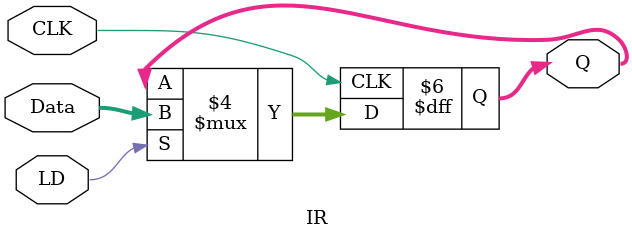
<source format=v>
module IR(Q, Data, LD, CLK);

	output reg [15:0] Q;
	input [15:0] Data;
	input  CLK, LD;
	
   initial
    begin 
    Q = 16'h0000;
    end 
	always @(posedge CLK)
		begin
			 if(LD)
				Q = Data;
		end	
		
endmodule
</source>
